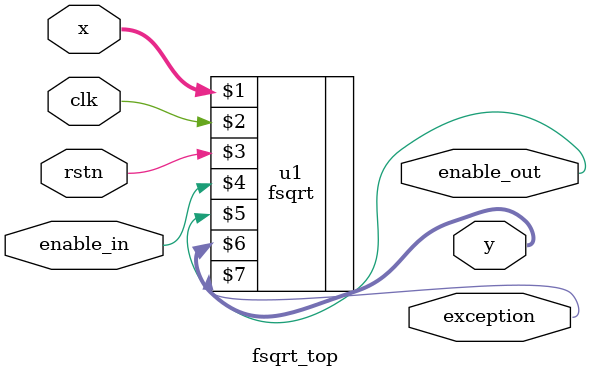
<source format=v>
module fsqrt_top
   (  input wire [31:0]  x,
		input wire        enable_in,
		output wire        enable_out,
      output wire [31:0] y,
      output wire        exception,
      input wire        clk,
      input wire        rstn);

   fsqrt u1(x,clk,rstn,enable_in,enable_out,y,exception);

endmodule
</source>
